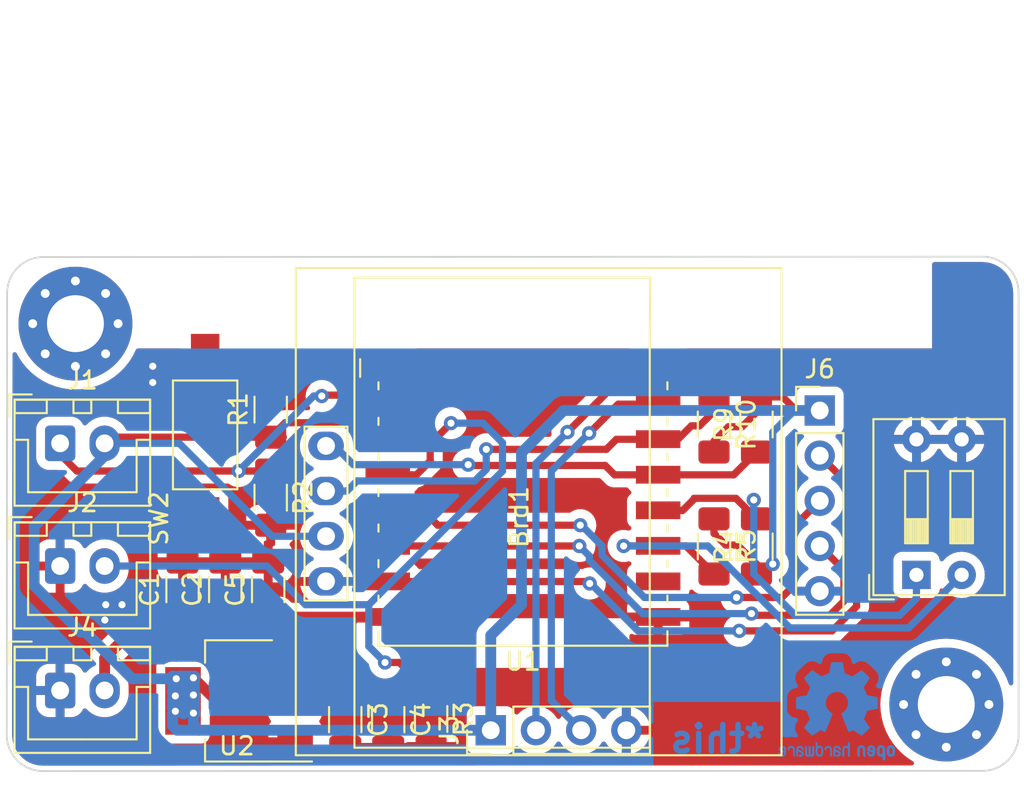
<source format=kicad_pcb>
(kicad_pcb (version 20221018) (generator pcbnew)
  (layers (0 "F.Cu" signal) (31 "B.Cu" signal) (34 "B.Paste" user) (35 "F.Paste" user) (36 "B.SilkS" user "B.Silkscreen") (37 "F.SilkS" user "F.Silkscreen") (38 "B.Mask" user) (39 "F.Mask" user) (44 "Edge.Cuts" user))
  (net 0 "")
  (net 1 "+5V")
  (net 2 "GND")
  (net 3 "+3V3")
  (net 4 "/A0")
  (net 5 "/IO16")
  (net 6 "/TX")
  (net 7 "/RX")
  (net 8 "/RESET")
  (net 9 "/IO00")
  (net 10 "/IO02")
  (net 11 "/IO14")
  (net 12 "/IO13")
  (net 13 "/IO12")
  (net 15 "/SCK")
  (net 16 "/SDA")
  (footprint "Resistor_SMD:R_1206_3216Metric_Pad1.30x1.75mm_HandSolder" (layer "F.Cu") (at 26.8028 182.6529 -90)
    (fp_text reference "R2")
    (fp_text value "4.7k")
  )
  (footprint "MountingHole:MountingHole_3.2mm_M3_Pad_Via" (layer "F.Cu") (at 64.7758 194.286761)
    (fp_text reference "REF**" hide)
    (fp_text value "MountingHole_3.2mm_M3_Pad_Via" hide)
  )
  (footprint "Connector_JST:JST_XH_B2B-XH-A_1x02_P2.50mm_Vertical" (layer "F.Cu") (at 14.9676 186.4977)
    (fp_text reference "J2")
    (fp_text value "SSR")
  )
  (footprint "MountingHole:MountingHole_3.2mm_M3_Pad_Via" (layer "F.Cu") (at 15.827233 172.866074)
    (fp_text reference "REF**" hide)
    (fp_text value "MountingHole_3.2mm_M3_Pad_Via" hide)
  )
  (footprint "Button_Switch_SMD:SW_SPST_FSMSM" (layer "F.Cu") (at 23.1198 179.1229 90)
    (fp_text reference "SW2")
    (fp_text value "RESET")
  )
  (footprint "Connector_PinHeader_2.54mm:PinHeader_1x05_P2.54mm_Vertical" (layer "F.Cu") (at 57.6638 177.7507)
    (fp_text reference "J6")
    (fp_text value "Keypad1")
  )
  (footprint "Capacitor_SMD:C_1206_3216Metric_Pad1.33x1.80mm_HandSolder" (layer "F.Cu") (at 21.8498 187.8214 90)
    (fp_text reference "C1")
    (fp_text value "100n")
  )
  (footprint "Resistor_SMD:R_1206_3216Metric_Pad1.30x1.75mm_HandSolder" (layer "F.Cu") (at 35.8198 195.0989 -90)
    (fp_text reference "R3")
    (fp_text value "10k")
  )
  (footprint "Capacitor_SMD:C_1206_3216Metric_Pad1.33x1.80mm_HandSolder" (layer "F.Cu") (at 33.4068 195.1374 -90)
    (fp_text reference "C4")
    (fp_text value "100n")
  )
  (footprint "Capacitor_SMD:C_1206_3216Metric_Pad1.33x1.80mm_HandSolder" (layer "F.Cu") (at 26.6628 187.8214 90)
    (fp_text reference "C5")
    (fp_text value "100n")
  )
  (footprint "Resistor_SMD:R_1206_3216Metric_Pad1.30x1.75mm_HandSolder" (layer "F.Cu") (at 51.7202 178.5363 -90)
    (fp_text reference "R10")
    (fp_text value "10k")
  )
  (footprint "ESP8266:ESP-07-RF_Modules" (layer "F.Cu") (at 40.9814 180.2631)
    (fp_text reference "U1")
    (fp_text value "ESP-12F")
  )
  (footprint "Connector_JST:JST_XH_B2B-XH-A_1x02_P2.50mm_Vertical" (layer "F.Cu") (at 14.9676 179.5977)
    (fp_text reference "J1")
    (fp_text value "Therm.")
  )
  (footprint "Connector_JST:JST_XH_B2B-XH-A_1x02_P2.50mm_Vertical" (layer "F.Cu") (at 14.9676 193.4977)
    (fp_text reference "J4")
    (fp_text value "5Vin")
  )
  (footprint "Package_TO_SOT_SMD:SOT-223-3_TabPin2" (layer "F.Cu") (at 25.0248 194.0829 180)
    (fp_text reference "U2")
    (fp_text value "AMS1117-3.3")
  )
  (footprint "Connector_PinHeader_2.54mm:PinHeader_1x04_P2.54mm_Vertical" (layer "F.Cu") (at 39.1726 195.7339 90)
    (fp_text reference "J3")
    (fp_text value "Serial")
  )
  (footprint "Resistor_SMD:R_1206_3216Metric_Pad1.30x1.75mm_HandSolder" (layer "F.Cu") (at 54.1078 178.5375 90)
    (fp_text reference "R9")
    (fp_text value "10k")
  )
  (footprint "Resistor_SMD:R_1206_3216Metric_Pad1.30x1.75mm_HandSolder" (layer "F.Cu") (at 26.8028 177.6999 90)
    (fp_text reference "R1")
    (fp_text value "10k")
  )
  (footprint "SSD1306:128x64OLED" (layer "F.Cu") (at 40.515 183.7403 90)
    (fp_text reference "Brd1")
    (fp_text value "SSD1306")
  )
  (footprint "Capacitor_SMD:C_1206_3216Metric_Pad1.33x1.80mm_HandSolder" (layer "F.Cu") (at 30.9938 195.1374 -90)
    (fp_text reference "C3")
    (fp_text value "1u")
  )
  (footprint "Resistor_SMD:R_1206_3216Metric_Pad1.30x1.75mm_HandSolder" (layer "F.Cu") (at 54.1078 185.3967 90)
    (fp_text reference "R4")
    (fp_text value "4.7k")
  )
  (footprint "Resistor_SMD:R_1206_3216Metric_Pad1.30x1.75mm_HandSolder" (layer "F.Cu") (at 51.7202 185.3967 -90)
    (fp_text reference "R5")
    (fp_text value "4.7k")
  )
  (footprint "Capacitor_SMD:C_1206_3216Metric_Pad1.33x1.80mm_HandSolder" (layer "F.Cu") (at 24.2498 187.8214 90)
    (fp_text reference "C2")
    (fp_text value "10u")
  )
  (footprint "Button_Switch_THT:SW_DIP_SPSTx02_Slide_9.78x7.26mm_W7.62mm_P2.54mm" (layer "F.Cu") (at 63.0994 186.9963 90)
    (fp_text reference "SW1" hide)
    (fp_text value "Boot Mode")
  )
  (footprint "Symbol:OSHW-Logo2_7.3x6mm_Copper" (layer "B.Cu") (at 58.629 194.6671 180)
    (fp_text reference "REF**" hide)
    (fp_text value "OSHW-Logo2_7.3x6mm_Copper" hide)
  )
  (gr_line (start 68.841959 195.985859) (end 68.8398 171.1297) (stroke (width 0.1)) (layer "Edge.Cuts"))
  (gr_line (start 66.809959 198.017859) (end 13.9996 198.0297) (stroke (width 0.1)) (layer "Edge.Cuts"))
  (gr_line (start 11.988716 171.151741) (end 11.9676 195.9977) (stroke (width 0.1)) (layer "Edge.Cuts"))
  (gr_line (start 66.8078 169.0977) (end 14.020716 169.119741) (stroke (width 0.1)) (layer "Edge.Cuts"))
  (gr_arc (start 66.8078 169.0977) (mid 68.244641 169.692859) (end 68.8398 171.1297) (stroke (width 0.1)) (layer "Edge.Cuts"))
  (gr_arc (start 11.988716 171.151741) (mid 12.583874 169.714898) (end 14.020716 169.119741) (stroke (width 0.1)) (layer "Edge.Cuts"))
  (gr_arc (start 13.9996 198.0297) (mid 12.562759 197.434541) (end 11.9676 195.9977) (stroke (width 0.1)) (layer "Edge.Cuts"))
  (gr_arc (start 68.841959 195.985859) (mid 68.246812 197.422712) (end 66.809959 198.017859) (stroke (width 0.1)) (layer "Edge.Cuts"))
  (gr_text "*this\n" (at 54.7682 197.1055) (layer "B.Cu") (effects (font (size 1.5 1.5) (thickness 0.3) bold) (justify left bottom mirror)))
  (segment (start 17.4676 193.4977) (end 17.4676 191.6833) (width 0.6096) (layer "F.Cu") (net 1))
  (segment (start 28.1748 191.7829) (end 25.6712 191.7829) (width 0.6096) (layer "F.Cu") (net 1))
  (segment (start 17.4676 191.6833) (end 19.767 189.3839) (width 0.6096) (layer "F.Cu") (net 1))
  (segment (start 24.2498 189.3839) (end 24.2498 190.3615) (width 0.6096) (layer "F.Cu") (net 1))
  (segment (start 24.2498 190.3615) (end 25.6712 191.7829) (width 0.6096) (layer "F.Cu") (net 1))
  (segment (start 21.8498 189.3839) (end 24.2498 189.3839) (width 0.6096) (layer "F.Cu") (net 1))
  (segment (start 19.767 189.3839) (end 21.8498 189.3839) (width 0.6096) (layer "F.Cu") (net 1))
  (via (at 17.5318 188.6727) (size 0.8) (drill 0.4) (layers "F.Cu" "B.Cu") (net 2))
  (via (at 18.4462 188.6727) (size 0.8) (drill 0.4) (layers "F.Cu" "B.Cu") (net 2))
  (via (at 17.481 189.5363) (size 0.8) (drill 0.4) (layers "F.Cu" "B.Cu") (net 2))
  (via (at 20.1734 175.2615) (size 0.8) (drill 0.4) (layers "F.Cu" "B.Cu") (net 2))
  (via (at 20.1734 176.1759) (size 0.8) (drill 0.4) (layers "F.Cu" "B.Cu") (net 2))
  (segment (start 51.7202 179.4767) (end 52.533 178.6639) (width 0.4064) (layer "F.Cu") (net 3))
  (segment (start 51.7202 180.0863) (end 51.7202 179.4767) (width 0.4064) (layer "F.Cu") (net 3))
  (segment (start 54.1078 186.9467) (end 54.4622 186.9467) (width 0.4064) (layer "F.Cu") (net 3))
  (segment (start 54.1078 186.9467) (end 54.1078 186.3867) (width 0.4064) (layer "F.Cu") (net 3))
  (segment (start 30.0794 193.5749) (end 29.5714 194.0829) (width 0.6096) (layer "F.Cu") (net 3))
  (segment (start 53.295 178.6639) (end 54.1078 177.8511) (width 0.4064) (layer "F.Cu") (net 3))
  (segment (start 30.9938 193.5749) (end 30.0794 193.5749) (width 0.6096) (layer "F.Cu") (net 3))
  (segment (start 56.343 177.7507) (end 57.6638 177.7507) (width 0.4064) (layer "F.Cu") (net 3))
  (segment (start 55.5798 176.9875) (end 56.343 177.7507) (width 0.4064) (layer "F.Cu") (net 3))
  (segment (start 54.1078 176.9875) (end 55.5798 176.9875) (width 0.4064) (layer "F.Cu") (net 3))
  (segment (start 54.4622 186.9467) (end 55.0222 186.3867) (width 0.4064) (layer "F.Cu") (net 3))
  (segment (start 31.5526 189.3707) (end 33.3814 189.3707) (width 0.6096) (layer "F.Cu") (net 3))
  (segment (start 28.1748 194.0829) (end 29.5714 194.0829) (width 0.6096) (layer "F.Cu") (net 3))
  (segment (start 54.1078 186.3867) (end 53.041 185.3199) (width 0.4064) (layer "F.Cu") (net 3))
  (segment (start 30.9938 189.9295) (end 31.5526 189.3707) (width 0.6096) (layer "F.Cu") (net 3))
  (segment (start 23.7548 194.0829) (end 22.4594 192.7875) (width 0.6096) (layer "F.Cu") (net 3))
  (segment (start 52.3806 185.3199) (end 51.7202 184.6595) (width 0.4064) (layer "F.Cu") (net 3))
  (segment (start 17.4676 179.5977) (end 17.8154 179.2499) (width 0.4064) (layer "F.Cu") (net 3))
  (segment (start 53.041 185.3199) (end 52.3806 185.3199) (width 0.4064) (layer "F.Cu") (net 3))
  (segment (start 17.8154 179.2499) (end 26.8028 179.2499) (width 0.4064) (layer "F.Cu") (net 3))
  (segment (start 33.4068 193.5749) (end 30.9938 193.5749) (width 0.6096) (layer "F.Cu") (net 3))
  (segment (start 27.9082 189.3707) (end 31.5526 189.3707) (width 0.6096) (layer "F.Cu") (net 3))
  (segment (start 32.6314 179.3707) (end 31.6978 178.4371) (width 0.4064) (layer "F.Cu") (net 3))
  (segment (start 27.895 189.3839) (end 27.9082 189.3707) (width 0.6096) (layer "F.Cu") (net 3))
  (segment (start 26.6628 189.3839) (end 27.895 189.3839) (width 0.6096) (layer "F.Cu") (net 3))
  (segment (start 52.533 178.6639) (end 53.295 178.6639) (width 0.4064) (layer "F.Cu") (net 3))
  (segment (start 30.9938 192.5335) (end 30.9938 189.9295) (width 0.6096) (layer "F.Cu") (net 3))
  (segment (start 33.3814 179.3707) (end 32.6314 179.3707) (width 0.4064) (layer "F.Cu") (net 3))
  (segment (start 26.8028 179.2499) (end 27.5146 179.2499) (width 0.4064) (layer "F.Cu") (net 3))
  (segment (start 30.9938 193.5749) (end 30.9938 192.5335) (width 0.6096) (layer "F.Cu") (net 3))
  (segment (start 54.1078 177.8511) (end 54.1078 176.9875) (width 0.4064) (layer "F.Cu") (net 3))
  (segment (start 33.4068 193.5749) (end 32.0352 193.5749) (width 0.6096) (layer "F.Cu") (net 3))
  (segment (start 28.1748 194.0829) (end 23.7548 194.0829) (width 0.6096) (layer "F.Cu") (net 3))
  (segment (start 27.6156 178.4371) (end 26.8028 179.2499) (width 0.4064) (layer "F.Cu") (net 3))
  (segment (start 32.0352 193.5749) (end 30.9938 192.5335) (width 0.6096) (layer "F.Cu") (net 3))
  (segment (start 31.6978 178.4371) (end 27.6156 178.4371) (width 0.4064) (layer "F.Cu") (net 3))
  (segment (start 51.7202 184.6595) (end 51.7202 183.8467) (width 0.4064) (layer "F.Cu") (net 3))
  (via (at 22.4594 194.7687) (size 0.8) (drill 0.4) (layers "F.Cu" "B.Cu") (net 3))
  (via (at 21.4434 193.8035) (size 0.8) (drill 0.4) (layers "F.Cu" "B.Cu") (net 3))
  (via (at 55.0222 186.3867) (size 0.8) (drill 0.4) (layers "F.Cu" "B.Cu") (net 3))
  (via (at 22.4594 193.7527) (size 0.8) (drill 0.4) (layers "F.Cu" "B.Cu") (net 3))
  (via (at 21.4434 194.6671) (size 0.8) (drill 0.4) (layers "F.Cu" "B.Cu") (net 3))
  (via (at 22.4594 192.7875) (size 0.8) (drill 0.4) (layers "F.Cu" "B.Cu") (net 3))
  (via (at 21.4942 192.8383) (size 0.8) (drill 0.4) (layers "F.Cu" "B.Cu") (net 3))
  (segment (start 22.4594 194.7687) (end 22.4594 195.4291) (width 0.6096) (layer "B.Cu") (net 3))
  (segment (start 22.5102 192.8383) (end 22.5102 193.7019) (width 0.6096) (layer "B.Cu") (net 3))
  (segment (start 21.6648 179.5977) (end 26.8922 184.8251) (width 0.4064) (layer "B.Cu") (net 3))
  (segment (start 22.4594 195.4291) (end 22.7642 195.7339) (width 0.6096) (layer "B.Cu") (net 3))
  (segment (start 21.291 193.6511) (end 21.291 192.6859) (width 0.6096) (layer "B.Cu") (net 3))
  (segment (start 16.117649 190.213407) (end 13.508 187.603758) (width 0.6096) (layer "B.Cu") (net 3))
  (segment (start 39.1726 195.7339) (end 22.7642 195.7339) (width 0.6096) (layer "B.Cu") (net 3))
  (segment (start 22.4594 192.7875) (end 22.5102 192.8383) (width 0.6096) (layer "B.Cu") (net 3))
  (segment (start 56.2414 177.7507) (end 57.6638 177.7507) (width 0.4064) (layer "B.Cu") (net 3))
  (segment (start 21.4942 192.8383) (end 19.022386 192.8383) (width 0.6096) (layer "B.Cu") (net 3))
  (segment (start 21.9006 192.6859) (end 21.9006 194.8195) (width 0.6096) (layer "B.Cu") (net 3))
  (segment (start 21.9006 192.6859) (end 22.5102 192.6859) (width 0.6096) (layer "B.Cu") (net 3))
  (segment (start 21.3418 192.6859) (end 21.4942 192.8383) (width 0.6096) (layer "B.Cu") (net 3))
  (segment (start 43.267903 177.7507) (end 57.6638 177.7507) (width 0.6096) (layer "B.Cu") (net 3))
  (segment (start 21.4434 193.8035) (end 21.291 193.6511) (width 0.6096) (layer "B.Cu") (net 3))
  (segment (start 22.5102 194.7179) (end 22.4594 194.7687) (width 0.6096) (layer "B.Cu") (net 3))
  (segment (start 22.4594 193.7527) (end 22.5102 193.8035) (width 0.6096) (layer "B.Cu") (net 3))
  (segment (start 13.508 184.2637) (end 17.4676 180.3041) (width 0.6096) (layer "B.Cu") (net 3))
  (segment (start 13.508 187.603758) (end 13.508 184.2637) (width 0.6096) (layer "B.Cu") (net 3))
  (segment (start 17.4676 179.5977) (end 21.6648 179.5977) (width 0.4064) (layer "B.Cu") (net 3))
  (segment (start 21.4942 192.8383) (end 21.6466 192.6859) (width 0.6096) (layer "B.Cu") (net 3))
  (segment (start 21.6466 192.6859) (end 21.9006 192.6859) (width 0.6096) (layer "B.Cu") (net 3))
  (segment (start 21.291 193.9559) (end 21.4434 193.8035) (width 0.6096) (layer "B.Cu") (net 3))
  (segment (start 40.8998 188.6727) (end 40.8998 180.118803) (width 0.6096) (layer "B.Cu") (net 3))
  (segment (start 22.5102 194.8195) (end 22.5102 194.8703) (width 0.6096) (layer "B.Cu") (net 3))
  (segment (start 22.4594 194.7687) (end 22.5102 194.8195) (width 0.6096) (layer "B.Cu") (net 3))
  (segment (start 39.1726 195.7339) (end 39.1726 190.3999) (width 0.6096) (layer "B.Cu") (net 3))
  (segment (start 22.5102 193.8035) (end 22.5102 194.7179) (width 0.6096) (layer "B.Cu") (net 3))
  (segment (start 21.545 195.7339) (end 21.291 195.4799) (width 0.6096) (layer "B.Cu") (net 3))
  (segment (start 39.1726 190.3999) (end 40.8998 188.6727) (width 0.6096) (layer "B.Cu") (net 3))
  (segment (start 22.5102 192.6859) (end 22.5102 192.7367) (width 0.6096) (layer "B.Cu") (net 3))
  (segment (start 19.022386 192.8383) (end 16.397493 190.213407) (width 0.6096) (layer "B.Cu") (net 3))
  (segment (start 21.291 195.4799) (end 21.291 194.8195) (width 0.6096) (layer "B.Cu") (net 3))
  (segment (start 55.0222 178.9699) (end 56.2414 177.7507) (width 0.4064) (layer "B.Cu") (net 3))
  (segment (start 21.291 194.8195) (end 21.4434 194.6671) (width 0.6096) (layer "B.Cu") (net 3))
  (segment (start 21.4434 194.6671) (end 21.291 194.5147) (width 0.6096) (layer "B.Cu") (net 3))
  (segment (start 26.8922 184.8251) (end 29.9442 184.8251) (width 0.4064) (layer "B.Cu") (net 3))
  (segment (start 22.5102 193.7019) (end 22.4594 193.7527) (width 0.6096) (layer "B.Cu") (net 3))
  (segment (start 22.5102 192.7367) (end 22.4594 192.7875) (width 0.6096) (layer "B.Cu") (net 3))
  (segment (start 55.0222 186.3867) (end 55.0222 178.9699) (width 0.4064) (layer "B.Cu") (net 3))
  (segment (start 16.397493 190.213407) (end 16.117649 190.213407) (width 0.6096) (layer "B.Cu") (net 3))
  (segment (start 17.4676 180.3041) (end 17.4676 179.5977) (width 0.6096) (layer "B.Cu") (net 3))
  (segment (start 21.291 194.5147) (end 21.291 193.9559) (width 0.6096) (layer "B.Cu") (net 3))
  (segment (start 40.8998 180.118803) (end 43.267903 177.7507) (width 0.6096) (layer "B.Cu") (net 3))
  (segment (start 21.291 192.6859) (end 21.3418 192.6859) (width 0.6096) (layer "B.Cu") (net 3))
  (segment (start 22.7642 195.7339) (end 21.545 195.7339) (width 0.6096) (layer "B.Cu") (net 3))
  (segment (start 29.7238 176.8871) (end 29.673 176.9379) (width 0.4064) (layer "F.Cu") (net 4))
  (segment (start 31.0446 176.8871) (end 29.7238 176.8871) (width 0.4064) (layer "F.Cu") (net 4))
  (segment (start 24.9994 181.1543) (end 26.7514 181.1543) (width 0.4064) (layer "F.Cu") (net 4))
  (segment (start 33.3814 177.3707) (end 31.5282 177.3707) (width 0.4064) (layer "F.Cu") (net 4))
  (segment (start 26.7514 181.1543) (end 26.8028 181.1029) (width 0.4064) (layer "F.Cu") (net 4))
  (segment (start 15.9062 181.1543) (end 24.9994 181.1543) (width 0.4064) (layer "F.Cu") (net 4))
  (segment (start 31.5282 177.3707) (end 31.0446 176.8871) (width 0.4064) (layer "F.Cu") (net 4))
  (segment (start 14.9676 180.2157) (end 15.9062 181.1543) (width 0.4064) (layer "F.Cu") (net 4))
  (segment (start 14.9676 179.5977) (end 14.9676 180.2157) (width 0.4064) (layer "F.Cu") (net 4))
  (via (at 24.9994 181.1543) (size 0.8) (drill 0.4) (layers "F.Cu" "B.Cu") (net 4))
  (via (at 29.673 176.9379) (size 0.8) (drill 0.4) (layers "F.Cu" "B.Cu") (net 4))
  (segment (start 29.2158 176.9379) (end 24.9994 181.1543) (width 0.4064) (layer "B.Cu") (net 4))
  (segment (start 29.673 176.9379) (end 29.2158 176.9379) (width 0.4064) (layer "B.Cu") (net 4))
  (segment (start 34.9938 181.3707) (end 33.3814 181.3707) (width 0.4064) (layer "F.Cu") (net 5))
  (segment (start 35.769 180.5955) (end 34.9938 181.3707) (width 0.4064) (layer "F.Cu") (net 5))
  (segment (start 35.769 179.6303) (end 35.769 180.5955) (width 0.4064) (layer "F.Cu") (net 5))
  (segment (start 35.659578 193.5489) (end 34.034578 191.9239) (width 0.4064) (layer "F.Cu") (net 5))
  (segment (start 35.8198 193.5489) (end 35.8198 193.4479) (width 0.4064) (layer "F.Cu") (net 5))
  (segment (start 34.034578 191.9239) (end 33.229 191.9239) (width 0.4064) (layer "F.Cu") (net 5))
  (segment (start 36.9374 178.4619) (end 35.769 179.6303) (width 0.4064) (layer "F.Cu") (net 5))
  (segment (start 35.8198 193.5489) (end 35.659578 193.5489) (width 0.4064) (layer "F.Cu") (net 5))
  (via (at 36.9374 178.4619) (size 0.8) (drill 0.4) (layers "F.Cu" "B.Cu") (net 5))
  (via (at 33.229 191.9239) (size 0.8) (drill 0.4) (layers "F.Cu" "B.Cu") (net 5))
  (segment (start 32.318094 191.012994) (end 32.318094 188.6731) (width 0.4064) (layer "B.Cu") (net 5))
  (segment (start 17.4676 186.4977) (end 26.5832 186.4977) (width 0.4064) (layer "B.Cu") (net 5))
  (segment (start 28.7586 188.6731) (end 32.318094 188.6731) (width 0.4064) (layer "B.Cu") (net 5))
  (segment (start 39.833 179.565394) (end 39.288306 179.0207) (width 0.4064) (layer "B.Cu") (net 5))
  (segment (start 39.288306 179.0207) (end 38.729506 178.4619) (width 0.4064) (layer "B.Cu") (net 5))
  (segment (start 26.5832 186.4977) (end 28.7586 188.6731) (width 0.4064) (layer "B.Cu") (net 5))
  (segment (start 32.318094 188.6731) (end 39.833 181.158194) (width 0.4064) (layer "B.Cu") (net 5))
  (segment (start 33.229 191.9239) (end 32.318094 191.012994) (width 0.4064) (layer "B.Cu") (net 5))
  (segment (start 39.833 181.158194) (end 39.833 179.565394) (width 0.4064) (layer "B.Cu") (net 5))
  (segment (start 38.729506 178.4619) (end 36.9374 178.4619) (width 0.4064) (layer "B.Cu") (net 5))
  (segment (start 47.1406 175.3707) (end 48.5814 175.3707) (width 0.4064) (layer "F.Cu") (net 6))
  (segment (start 46.3354 176.1759) (end 46.270494 176.1759) (width 0.4064) (layer "F.Cu") (net 6))
  (segment (start 46.3354 176.1759) (end 47.1406 175.3707) (width 0.4064) (layer "F.Cu") (net 6))
  (segment (start 46.270494 176.1759) (end 43.483547 178.962847) (width 0.4064) (layer "F.Cu") (net 6))
  (via (at 43.483547 178.962847) (size 0.8) (drill 0.4) (layers "F.Cu" "B.Cu") (net 6))
  (segment (start 41.7126 180.733794) (end 43.483547 178.962847) (width 0.4064) (layer "B.Cu") (net 6))
  (segment (start 41.7126 195.7339) (end 41.7126 180.733794) (width 0.4064) (layer "B.Cu") (net 6))
  (segment (start 48.557 177.3951) (end 48.5814 177.3707) (width 0.4064) (layer "F.Cu") (net 7))
  (segment (start 44.7029 179.0276) (end 44.702193 179.0276) (width 0.4064) (layer "F.Cu") (net 7))
  (segment (start 46.3354 177.3951) (end 44.7029 179.0276) (width 0.4064) (layer "F.Cu") (net 7))
  (segment (start 46.3354 177.3951) (end 48.557 177.3951) (width 0.4064) (layer "F.Cu") (net 7))
  (via (at 44.702193 179.0276) (size 0.8) (drill 0.4) (layers "F.Cu" "B.Cu") (net 7))
  (segment (start 42.5762 181.1543) (end 44.5828 179.1477) (width 0.4064) (layer "B.Cu") (net 7))
  (segment (start 44.5828 179.1477) (end 44.702193 179.028307) (width 0.4064) (layer "B.Cu") (net 7))
  (segment (start 42.5762 194.0575) (end 42.5762 187.9107) (width 0.4064) (layer "B.Cu") (net 7))
  (segment (start 42.5762 187.9107) (end 42.5762 181.1543) (width 0.4064) (layer "B.Cu") (net 7))
  (segment (start 44.702193 179.028307) (end 44.702193 179.0276) (width 0.4064) (layer "B.Cu") (net 7))
  (segment (start 44.2526 195.7339) (end 42.5762 194.0575) (width 0.4064) (layer "B.Cu") (net 7))
  (segment (start 25.8258 175.1729) (end 23.1198 175.1729) (width 0.4064) (layer "F.Cu") (net 8))
  (segment (start 26.8028 176.1499) (end 25.8258 175.1729) (width 0.4064) (layer "F.Cu") (net 8))
  (segment (start 27.582 175.3707) (end 26.8028 176.1499) (width 0.4064) (layer "F.Cu") (net 8))
  (segment (start 33.3814 175.3707) (end 27.582 175.3707) (width 0.4064) (layer "F.Cu") (net 8))
  (segment (start 49.961 183.3707) (end 48.5814 183.3707) (width 0.4064) (layer "F.Cu") (net 9))
  (segment (start 53.9554 182.7799) (end 53.9554 183.6943) (width 0.4064) (layer "F.Cu") (net 9))
  (segment (start 50.6026 182.7291) (end 49.961 183.3707) (width 0.4064) (layer "F.Cu") (net 9))
  (segment (start 50.6026 182.6887) (end 50.6026 182.7291) (width 0.4064) (layer "F.Cu") (net 9))
  (segment (start 52.9498 182.6887) (end 50.6026 182.6887) (width 0.4064) (layer "F.Cu") (net 9))
  (segment (start 54.1078 183.8467) (end 52.9498 182.6887) (width 0.4064) (layer "F.Cu") (net 9))
  (segment (start 53.9554 183.6943) (end 54.1078 183.8467) (width 0.4064) (layer "F.Cu") (net 9))
  (via (at 53.9554 182.7799) (size 0.8) (drill 0.4) (layers "F.Cu" "B.Cu") (net 9))
  (segment (start 56.282494 189.2687) (end 62.1478 189.2687) (width 0.4064) (layer "B.Cu") (net 9))
  (segment (start 62.1478 189.2687) (end 63.0994 188.3171) (width 0.4064) (layer "B.Cu") (net 9))
  (segment (start 63.0994 188.3171) (end 63.0994 186.9963) (width 0.4064) (layer "B.Cu") (net 9))
  (segment (start 53.9554 182.7799) (end 53.9554 186.941606) (width 0.4064) (layer "B.Cu") (net 9))
  (segment (start 53.9554 186.941606) (end 56.282494 189.2687) (width 0.4064) (layer "B.Cu") (net 9))
  (segment (start 48.5814 185.3707) (end 50.1442 185.3707) (width 0.4064) (layer "F.Cu") (net 10))
  (segment (start 46.6402 185.3707) (end 48.5814 185.3707) (width 0.4064) (layer "F.Cu") (net 10))
  (segment (start 50.1442 185.3707) (end 51.7202 186.9467) (width 0.4064) (layer "F.Cu") (net 10))
  (via (at 46.6402 185.3707) (size 0.8) (drill 0.4) (layers "F.Cu" "B.Cu") (net 10))
  (segment (start 51.378706 185.3707) (end 46.6402 185.3707) (width 0.4064) (layer "B.Cu") (net 10))
  (segment (start 55.1746 189.166594) (end 51.378706 185.3707) (width 0.4064) (layer "B.Cu") (net 10))
  (segment (start 55.1746 189.166594) (end 55.987906 189.9799) (width 0.4064) (layer "B.Cu") (net 10))
  (segment (start 62.6558 189.9799) (end 65.6394 186.9963) (width 0.4064) (layer "B.Cu") (net 10))
  (segment (start 55.987906 189.9799) (end 62.6558 189.9799) (width 0.4064) (layer "B.Cu") (net 10))
  (segment (start 52.9902 188.2663) (end 55.5302 188.2663) (width 0.4064) (layer "F.Cu") (net 11))
  (segment (start 55.5302 188.2663) (end 56.1906 187.6059) (width 0.4064) (layer "F.Cu") (net 11))
  (segment (start 36.1942 184.2023) (end 35.3626 183.3707) (width 0.4064) (layer "F.Cu") (net 11))
  (segment (start 56.1906 187.6059) (end 56.1906 184.3039) (width 0.4064) (layer "F.Cu") (net 11))
  (segment (start 56.1906 184.3039) (end 57.6638 182.8307) (width 0.4064) (layer "F.Cu") (net 11))
  (segment (start 44.2018 184.2023) (end 36.1942 184.2023) (width 0.4064) (layer "F.Cu") (net 11))
  (segment (start 35.3626 183.3707) (end 33.3814 183.3707) (width 0.4064) (layer "F.Cu") (net 11))
  (via (at 44.2018 184.2023) (size 0.8) (drill 0.4) (layers "F.Cu" "B.Cu") (net 11))
  (via (at 52.9902 188.2663) (size 0.8) (drill 0.4) (layers "F.Cu" "B.Cu") (net 11))
  (segment (start 45.4274 185.362994) (end 45.4274 185.8851) (width 0.4064) (layer "B.Cu") (net 11))
  (segment (start 44.2018 184.2023) (end 44.266706 184.2023) (width 0.4064) (layer "B.Cu") (net 11))
  (segment (start 45.4274 185.8851) (end 47.8086 188.2663) (width 0.4064) (layer "B.Cu") (net 11))
  (segment (start 44.266706 184.2023) (end 45.4274 185.362994) (width 0.4064) (layer "B.Cu") (net 11))
  (segment (start 47.8086 188.2663) (end 52.9902 188.2663) (width 0.4064) (layer "B.Cu") (net 11))
  (segment (start 58.354891 190.1459) (end 53.1426 190.1459) (width 0.4064) (layer "F.Cu") (net 12))
  (segment (start 33.3814 187.3707) (end 44.623812 187.3707) (width 0.4064) (layer "F.Cu") (net 12))
  (segment (start 59.733 188.767791) (end 58.354891 190.1459) (width 0.4064) (layer "F.Cu") (net 12))
  (segment (start 44.623812 187.3707) (end 44.733606 187.480494) (width 0.4064) (layer "F.Cu") (net 12))
  (segment (start 57.6638 180.2907) (end 59.733 182.3599) (width 0.4064) (layer "F.Cu") (net 12))
  (segment (start 59.733 182.3599) (end 59.733 188.767791) (width 0.4064) (layer "F.Cu") (net 12))
  (via (at 44.733606 187.480494) (size 0.8) (drill 0.4) (layers "F.Cu" "B.Cu") (net 12))
  (via (at 53.1426 190.1459) (size 0.8) (drill 0.4) (layers "F.Cu" "B.Cu") (net 12))
  (segment (start 53.1426 190.1459) (end 47.453 190.1459) (width 0.4064) (layer "B.Cu") (net 12))
  (segment (start 47.453 190.1459) (end 44.7606 187.4535) (width 0.4064) (layer "B.Cu") (net 12))
  (segment (start 59.0218 186.7287) (end 59.0218 188.473203) (width 0.4064) (layer "F.Cu") (net 13))
  (segment (start 59.0218 188.473203) (end 58.226303 189.2687) (width 0.4064) (layer "F.Cu") (net 13))
  (segment (start 57.6638 185.3707) (end 59.0218 186.7287) (width 0.4064) (layer "F.Cu") (net 13))
  (segment (start 53.921746 189.2687) (end 53.826846 189.1738) (width 0.4064) (layer "F.Cu") (net 13))
  (segment (start 44.151 185.3707) (end 33.3814 185.3707) (width 0.4064) (layer "F.Cu") (net 13))
  (segment (start 58.226303 189.2687) (end 53.921746 189.2687) (width 0.4064) (layer "F.Cu") (net 13))
  (via (at 53.826846 189.1738) (size 0.8) (drill 0.4) (layers "F.Cu" "B.Cu") (net 13))
  (via (at 44.151 185.3707) (size 0.8) (drill 0.4) (layers "F.Cu" "B.Cu") (net 13))
  (segment (start 53.826346 189.1743) (end 53.826846 189.1738) (width 0.4064) (layer "B.Cu") (net 13))
  (segment (start 47.710812 189.1743) (end 53.826346 189.1743) (width 0.4064) (layer "B.Cu") (net 13))
  (segment (start 44.7162 185.9359) (end 44.7162 186.179688) (width 0.4064) (layer "B.Cu") (net 13))
  (segment (start 44.151 185.3707) (end 44.7162 185.9359) (width 0.4064) (layer "B.Cu") (net 13))
  (segment (start 44.7162 186.179688) (end 47.710812 189.1743) (width 0.4064) (layer "B.Cu") (net 13))
  (segment (start 38.9186 179.9351) (end 45.6694 179.9351) (width 0.4064) (layer "F.Cu") (net 15))
  (segment (start 50.4502 178.6143) (end 49.6938 179.3707) (width 0.4064) (layer "F.Cu") (net 15))
  (segment (start 50.9074 178.6143) (end 50.4502 178.6143) (width 0.4064) (layer "F.Cu") (net 15))
  (segment (start 49.6938 179.3707) (end 48.5814 179.3707) (width 0.4064) (layer "F.Cu") (net 15))
  (segment (start 45.6694 179.9351) (end 46.2338 179.3707) (width 0.4064) (layer "F.Cu") (net 15))
  (segment (start 48.5814 179.3707) (end 46.2338 179.3707) (width 0.4064) (layer "F.Cu") (net 15))
  (segment (start 51.7202 177.8015) (end 50.9074 178.6143) (width 0.4064) (layer "F.Cu") (net 15))
  (segment (start 51.7202 176.9863) (end 51.7202 177.8015) (width 0.4064) (layer "F.Cu") (net 15))
  (via (at 38.9186 179.9351) (size 0.8) (drill 0.4) (layers "F.Cu" "B.Cu") (net 15))
  (segment (start 38.272306 181.7131) (end 38.9186 181.066806) (width 0.4064) (layer "B.Cu") (net 15))
  (segment (start 31.6542 181.7131) (end 36.8358 181.7131) (width 0.4064) (layer "B.Cu") (net 15))
  (segment (start 29.9442 182.2851) (end 31.0822 182.2851) (width 0.4064) (layer "B.Cu") (net 15))
  (segment (start 38.9186 181.066806) (end 38.9186 179.9351) (width 0.4064) (layer "B.Cu") (net 15))
  (segment (start 31.0822 182.2851) (end 31.6542 181.7131) (width 0.4064) (layer "B.Cu") (net 15))
  (segment (start 36.8358 181.7131) (end 38.272306 181.7131) (width 0.4064) (layer "B.Cu") (net 15))
  (segment (start 37.947 180.8431) (end 45.6046 180.8431) (width 0.4064) (layer "F.Cu") (net 16))
  (segment (start 48.5814 181.3707) (end 46.1322 181.3707) (width 0.4064) (layer "F.Cu") (net 16))
  (segment (start 37.9026 180.7987) (end 37.947 180.8431) (width 0.4064) (layer "F.Cu") (net 16))
  (segment (start 52.8246 181.3707) (end 54.1078 180.0875) (width 0.4064) (layer "F.Cu") (net 16))
  (segment (start 45.6046 180.8431) (end 46.1322 181.3707) (width 0.4064) (layer "F.Cu") (net 16))
  (segment (start 48.5814 181.3707) (end 52.8246 181.3707) (width 0.4064) (layer "F.Cu") (net 16))
  (via (at 37.9026 180.7987) (size 0.8) (drill 0.4) (layers "F.Cu" "B.Cu") (net 16))
  (segment (start 37.1914 180.7987) (end 37.9026 180.7987) (width 0.4064) (layer "B.Cu") (net 16))
  (segment (start 29.9442 179.7451) (end 30.3974 179.7451) (width 0.4064) (layer "B.Cu") (net 16))
  (segment (start 31.451 180.7987) (end 37.1914 180.7987) (width 0.4064) (layer "B.Cu") (net 16))
  (segment (start 30.3974 179.7451) (end 31.451 180.7987) (width 0.4064) (layer "B.Cu") (net 16))
  (zone (net 0) (net_name "") (layer "F.Cu") (connect_pads (clearance 0)) (min_thickness 0.25)
    (keepout (tracks not_allowed) (vias not_allowed) (pads not_allowed) (copperpour not_allowed) (footprints not_allowed))
    (fill (thermal_gap 0.5) (thermal_bridge_width 0.5))
    (polygon (pts (xy 46.945 189.4347) (xy 46.9958 192.2287) (xy 35.0578 192.2287) (xy 35.1086 189.4347)))
  )
  (zone (net 2) (net_name "GND") (layers "F&B.Cu") (connect_pads (clearance 0.5)) (min_thickness 0.25) (fill yes (thermal_gap 0.5) (thermal_bridge_width 0.5))
    (polygon (pts (xy 11.5882 168.8099) (xy 69.1446 168.9115) (xy 69.043 198.3755) (xy 11.639 198.3755)))
  )
)
</source>
